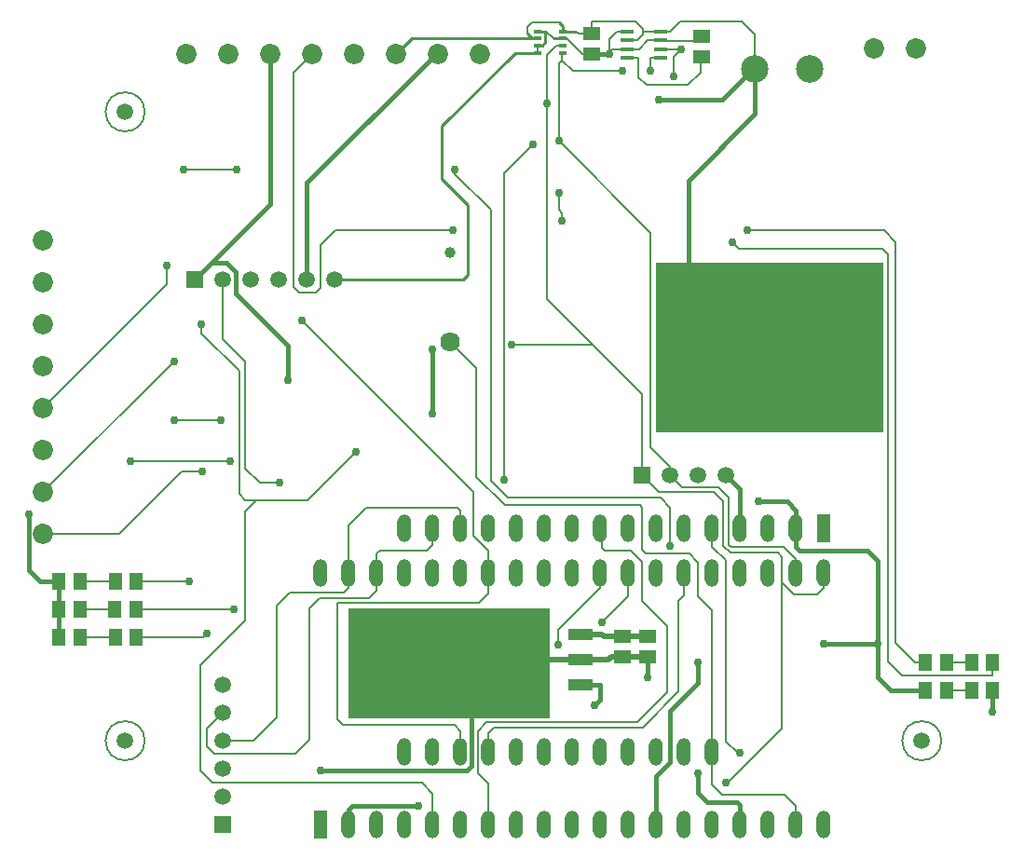
<source format=gtl>
G04*
G04 #@! TF.GenerationSoftware,Altium Limited,Altium Designer,19.1.8 (144)*
G04*
G04 Layer_Physical_Order=1*
G04 Layer_Color=255*
%FSLAX25Y25*%
%MOIN*%
G70*
G01*
G75*
%ADD11C,0.01000*%
%ADD14C,0.00500*%
%ADD15C,0.02000*%
%ADD33R,0.05118X0.05906*%
G04:AMPARAMS|DCode=34|XSize=47.24mil|YSize=15.75mil|CornerRadius=3.94mil|HoleSize=0mil|Usage=FLASHONLY|Rotation=0.000|XOffset=0mil|YOffset=0mil|HoleType=Round|Shape=RoundedRectangle|*
%AMROUNDEDRECTD34*
21,1,0.04724,0.00787,0,0,0.0*
21,1,0.03937,0.01575,0,0,0.0*
1,1,0.00787,0.01968,-0.00394*
1,1,0.00787,-0.01968,-0.00394*
1,1,0.00787,-0.01968,0.00394*
1,1,0.00787,0.01968,0.00394*
%
%ADD34ROUNDEDRECTD34*%
%ADD35R,0.02756X0.01378*%
%ADD36R,0.08661X0.12992*%
%ADD37R,0.08661X0.03937*%
%ADD38R,0.05906X0.05118*%
%ADD39C,0.00800*%
%ADD40C,0.01500*%
%ADD41C,0.00919*%
%ADD42R,0.72000X0.39645*%
%ADD43R,0.81740X0.61000*%
%ADD44C,0.07284*%
%ADD45O,0.05000X0.10000*%
%ADD46R,0.05000X0.10000*%
%ADD47R,0.05906X0.05906*%
%ADD48C,0.05906*%
%ADD49R,0.05906X0.05906*%
%ADD50C,0.09843*%
%ADD51C,0.07028*%
%ADD52C,0.03898*%
%ADD53C,0.03000*%
D11*
X139459Y266161D02*
X147571D01*
X113262Y239964D02*
X139459Y266161D01*
X113262Y220895D02*
Y239964D01*
Y220895D02*
X122457Y211700D01*
Y186695D02*
Y211700D01*
X120762Y185000D02*
X122457Y186695D01*
X102439Y271280D02*
X145677D01*
X97000Y265841D02*
X102439Y271280D01*
X75000Y185000D02*
X120762D01*
D14*
X7000Y245000D02*
G03*
X7000Y245000I-7000J0D01*
G01*
X292000Y20000D02*
G03*
X292000Y20000I-7000J0D01*
G01*
X7000Y20000D02*
G03*
X7000Y20000I-7000J0D01*
G01*
D15*
X166000Y58055D02*
X170662D01*
X171236Y57480D01*
X178000Y50000D02*
X187000D01*
X150000Y49000D02*
X163000D01*
X171236Y57480D02*
X178000D01*
X173047Y49000D02*
X174047Y50000D01*
X163000Y49000D02*
X173047D01*
X174047Y50000D02*
X178000D01*
Y57480D02*
X187000D01*
D33*
X302799Y38000D02*
D03*
X310279D02*
D03*
Y48000D02*
D03*
X302799D02*
D03*
X286260Y38000D02*
D03*
X293740D02*
D03*
X-16260Y57000D02*
D03*
X-23740D02*
D03*
X-3468D02*
D03*
X4012D02*
D03*
X-3647Y67000D02*
D03*
X3834D02*
D03*
X-23740D02*
D03*
X-16260D02*
D03*
X-23740Y77000D02*
D03*
X-16260D02*
D03*
X286260Y48000D02*
D03*
X293740D02*
D03*
X-3468Y77000D02*
D03*
X4012D02*
D03*
D34*
X191517Y273724D02*
D03*
Y270575D02*
D03*
Y267425D02*
D03*
Y264276D02*
D03*
X179706D02*
D03*
Y267425D02*
D03*
Y270575D02*
D03*
Y273724D02*
D03*
D35*
X156429Y273839D02*
D03*
Y271280D02*
D03*
Y268720D02*
D03*
Y266161D02*
D03*
X147571D02*
D03*
Y268720D02*
D03*
Y271280D02*
D03*
Y273839D02*
D03*
D36*
X139378Y49000D02*
D03*
D37*
X163000Y58055D02*
D03*
Y49000D02*
D03*
Y39945D02*
D03*
D38*
X178000Y57480D02*
D03*
Y50000D02*
D03*
X187000D02*
D03*
Y57480D02*
D03*
X167000Y265520D02*
D03*
Y273000D02*
D03*
X206362Y272091D02*
D03*
Y264611D02*
D03*
D39*
X135562Y113395D02*
Y223095D01*
X145762Y233295D01*
X138262Y161595D02*
X167000D01*
X27862Y57000D02*
X29257Y58395D01*
X4012Y57000D02*
X27862D01*
X130000Y72634D02*
Y80000D01*
X126662Y69295D02*
X130000Y72634D01*
X76000Y69295D02*
X126662D01*
X90000Y80000D02*
Y86895D01*
X91100Y87995D01*
X107995D01*
X110000Y90000D01*
X90000Y73734D02*
Y80000D01*
X87162Y70895D02*
X90000Y73734D01*
X69562Y70895D02*
X87162D01*
X120000Y96000D02*
Y102495D01*
X119000Y103495D02*
X120000Y102495D01*
X86400Y103495D02*
X119000D01*
X80000Y97095D02*
X86400Y103495D01*
X63362Y170295D02*
X124600Y109057D01*
Y93395D02*
Y109057D01*
Y93395D02*
X130000Y87995D01*
X135862Y104295D02*
X184200D01*
X125662Y114495D02*
X135862Y104295D01*
X125662Y114495D02*
Y153181D01*
X132062Y24795D02*
X185236D01*
X130000Y22734D02*
X132062Y24795D01*
X130000Y16000D02*
Y22734D01*
X156362Y263495D02*
Y266161D01*
X48206Y112190D02*
X55369D01*
X43000Y117395D02*
X48206Y112190D01*
X43000Y117395D02*
Y155520D01*
X20163Y116197D02*
X27462D01*
X-2162Y93871D02*
X20163Y116197D01*
X172062Y265520D02*
X173086Y266544D01*
X155086Y234586D02*
Y262220D01*
Y234571D02*
Y234586D01*
X187962Y124995D02*
Y201695D01*
X155086Y234571D02*
X187962Y201695D01*
X155086Y262220D02*
X156362Y263495D01*
X-29345Y138871D02*
X15000Y183217D01*
Y189895D01*
X220543Y277395D02*
X225315Y272624D01*
X198550Y277395D02*
X220543D01*
X194879Y273724D02*
X198550Y277395D01*
X205881Y259121D02*
Y265327D01*
X201262Y254595D02*
X205834Y259168D01*
X186405Y254595D02*
X201262D01*
X185325Y273358D02*
Y274695D01*
X68362Y180295D02*
X69962Y181895D01*
X62262Y180295D02*
X68362D01*
X69962Y181895D02*
Y197295D01*
X75362Y202695D01*
X54200Y28200D02*
Y68295D01*
X46000Y20000D02*
X54200Y28200D01*
X35000Y20000D02*
X46000D01*
X151000Y178019D02*
X185000Y144019D01*
X201762Y86895D02*
X205000Y83657D01*
Y71696D02*
Y83657D01*
Y71696D02*
X210000Y66695D01*
X186336Y86895D02*
X201762D01*
X185000Y88232D02*
X186336Y86895D01*
X185000Y88232D02*
Y103495D01*
X181005Y87995D02*
X185000Y84000D01*
Y69857D02*
Y84000D01*
Y69857D02*
X194000Y60857D01*
X184200Y104295D02*
X185000Y103495D01*
X170662Y88973D02*
Y92000D01*
Y88973D02*
X171639Y87995D01*
X181005D01*
X194000Y37354D02*
Y60857D01*
X191512Y34866D02*
X194000Y37354D01*
X198000Y69995D02*
X200000Y71995D01*
X198000Y37559D02*
Y69995D01*
X185236Y24795D02*
X198000Y37559D01*
X40762Y108238D02*
Y152238D01*
Y108238D02*
X42905Y106095D01*
X65262D01*
X43000Y102000D02*
X47000Y106000D01*
X271057Y196000D02*
X273000Y194057D01*
X219657Y196000D02*
X271057D01*
X217162Y198495D02*
X219657Y196000D01*
X129362Y26695D02*
X183341D01*
X191512Y34866D02*
Y34866D01*
X183341Y26695D02*
X191512Y34866D01*
X210522Y109087D02*
X214062Y105547D01*
X190905Y109095D02*
X210522Y109087D01*
X76000Y27695D02*
Y69295D01*
X78000Y25695D02*
X117800D01*
X76000Y27695D02*
X78000Y25695D01*
X117800D02*
X120000Y23495D01*
X27231Y165769D02*
X40762Y152238D01*
X27231Y165769D02*
Y168926D01*
X17462Y134611D02*
X34362D01*
X2000Y120000D02*
X37423D01*
X65262Y106095D02*
X82662Y123495D01*
X43000Y63000D02*
Y102000D01*
X35000Y163520D02*
X43000Y155520D01*
X35000Y163520D02*
Y185000D01*
X31866Y15295D02*
X61062D01*
X29257Y17905D02*
X31866Y15295D01*
X29257Y17905D02*
Y24257D01*
X35000Y30000D01*
X26862Y46862D02*
X43000Y63000D01*
X26862Y9295D02*
Y46862D01*
Y9295D02*
X31162Y4995D01*
X118000Y222757D02*
Y224295D01*
Y222757D02*
X130762Y209995D01*
X310279Y43334D02*
Y48000D01*
X278023Y43334D02*
X310279D01*
X273000Y48357D02*
X278023Y43334D01*
X216062Y90084D02*
Y106995D01*
X212262Y110795D02*
X216062Y106995D01*
X199205Y110795D02*
X212262D01*
X216950Y89195D02*
X235685D01*
X216062Y90084D02*
X216950Y89195D01*
X235685D02*
X240000Y84880D01*
Y80000D02*
Y84880D01*
X210000Y4466D02*
Y16000D01*
Y4466D02*
X213670Y795D01*
X235862D01*
X240000Y-3343D01*
X219812Y15629D02*
X219924D01*
X219071D02*
X219812D01*
X235000Y24474D02*
Y76557D01*
X215530Y5004D02*
X235000Y24474D01*
X214882Y5004D02*
X215530D01*
X219442Y15258D02*
X219812Y15629D01*
X214882Y19818D02*
X219071Y15629D01*
X214882Y19818D02*
Y84614D01*
X210000Y89495D02*
X214882Y84614D01*
X156362Y206000D02*
Y208720D01*
X155086Y209995D02*
X156362Y208720D01*
X155086Y209995D02*
Y216000D01*
X225315Y260247D02*
Y272624D01*
X225320Y260250D02*
X225322Y260247D01*
X196362Y257595D02*
Y264787D01*
X199000Y267425D01*
X185691Y273724D02*
X191517D01*
X185325Y273358D02*
X185691Y273724D01*
X145722Y276995D02*
X155086D01*
X143962Y275235D02*
X145722Y276995D01*
X143962Y272995D02*
Y275235D01*
X75362Y202695D02*
X117315D01*
X151000Y178019D02*
Y247890D01*
X151000Y265359D02*
X154362Y268720D01*
X151000Y247890D02*
X151000Y247890D01*
Y265359D01*
X187962Y259595D02*
Y264276D01*
X191517D01*
X183562Y257438D02*
X186405Y254595D01*
X183562Y257438D02*
Y264276D01*
X160262Y259595D02*
X178000D01*
X156362Y263495D02*
X160262Y259595D01*
X179706Y264276D02*
X183562D01*
X185325Y272558D02*
Y273358D01*
X183341Y270575D02*
X185325Y272558D01*
X179706Y270575D02*
X183341D01*
X182625Y277395D02*
X185325Y274695D01*
X167000Y277395D02*
X182625D01*
X173086Y266544D02*
Y270920D01*
Y265520D02*
Y266544D01*
X173967Y267425D01*
X173086Y270920D02*
X175891Y273724D01*
X191680Y270433D02*
X205320D01*
X167000Y273000D02*
Y277395D01*
X275600Y54957D02*
Y198400D01*
X271423Y202577D02*
X275600Y198400D01*
X222702Y202577D02*
X271423D01*
X273000Y48357D02*
Y194057D01*
X275600Y54957D02*
X282557Y48000D01*
X235000Y76557D02*
Y85623D01*
X233438Y87184D02*
X235000Y85623D01*
X216512Y87184D02*
X233438D01*
X235000Y76557D02*
X239162Y72395D01*
X191517Y267425D02*
X199000D01*
X185000Y115000D02*
X190896Y109104D01*
X175891Y273724D02*
X179706D01*
X214062Y89634D02*
X216512Y87184D01*
X150662Y273839D02*
X153221Y271280D01*
X-29345Y108871D02*
X17462Y155678D01*
X170662Y62395D02*
X180000Y71734D01*
Y80000D01*
X155062Y54395D02*
Y59757D01*
X170000Y74695D01*
Y80000D01*
X65962Y67295D02*
X69562Y70895D01*
X65962Y20195D02*
Y67295D01*
X61062Y15295D02*
X65962Y20195D01*
X110000Y90000D02*
Y96000D01*
X80000Y74695D02*
Y80000D01*
X78238Y72934D02*
X80000Y74695D01*
X58838Y72934D02*
X78238D01*
X54200Y68295D02*
X58838Y72934D01*
X80000Y80000D02*
Y97095D01*
X195000Y115000D02*
Y117957D01*
X187962Y124995D02*
X195000Y117957D01*
X156362Y266161D02*
X156429D01*
X195000Y115000D02*
X199205Y110795D01*
X250000Y74695D02*
Y80000D01*
X247700Y72395D02*
X250000Y74695D01*
X239162Y72395D02*
X247700D01*
X214062Y89634D02*
Y105547D01*
X190905Y109095D02*
X210513D01*
X185000Y115000D02*
Y144019D01*
X154362Y268720D02*
X156429D01*
X293740Y38000D02*
X302799D01*
X-16260Y77000D02*
X-3468D01*
X240000Y-10000D02*
Y-3343D01*
X210000Y16000D02*
Y66695D01*
X116102Y162740D02*
X125662Y153181D01*
X282557Y48000D02*
X286260D01*
X126162Y23495D02*
X129362Y26695D01*
X126162Y8495D02*
Y23495D01*
Y8495D02*
X130000Y4657D01*
Y-10000D02*
Y4657D01*
X162100Y273000D02*
X167000D01*
X161262Y273839D02*
X162100Y273000D01*
X191517Y273724D02*
X194879D01*
X147571Y266161D02*
Y268720D01*
X157877Y271280D02*
X163637Y265520D01*
X167000D01*
X173967Y267425D02*
X179706D01*
X187062Y270575D02*
X191517D01*
X183912Y267425D02*
X187062Y270575D01*
X179706Y267425D02*
X183912D01*
X293740Y48000D02*
X302799D01*
X-29345Y93871D02*
X-2162D01*
X4012Y77000D02*
X22962D01*
X200000Y71995D02*
Y80000D01*
X210000Y89495D02*
Y96000D01*
X110000Y-10000D02*
Y1095D01*
X106100Y4995D02*
X110000Y1095D01*
X31162Y4995D02*
X106100D01*
X130000Y80000D02*
Y87995D01*
X120000Y16000D02*
Y23495D01*
X195062Y89595D02*
Y103495D01*
X191662Y106895D02*
X195062Y103495D01*
X136762Y106895D02*
X191662D01*
X130762Y112895D02*
X136762Y106895D01*
X130762Y112895D02*
Y209995D01*
X-16260Y67000D02*
X-3647D01*
X-16260Y57000D02*
X-3468D01*
X3834Y67000D02*
X38957D01*
X38962Y66995D01*
X60162Y182395D02*
X62262Y180295D01*
X60162Y182395D02*
Y259002D01*
X67000Y265841D01*
X21000Y224295D02*
X39862D01*
D40*
X225319Y260245D02*
X225322Y260245D01*
X225315Y260244D02*
X225319Y260245D01*
X224249Y260087D02*
X225315Y260244D01*
X225319Y244319D02*
Y260245D01*
X201497Y220497D02*
X225319Y244319D01*
X201497Y169188D02*
Y220497D01*
X268617Y54768D02*
X268989Y54395D01*
X190862Y249472D02*
X213634D01*
X224249Y260087D01*
X30880Y190879D02*
X52000Y212000D01*
X25000Y185000D02*
X30880Y190879D01*
X36277D02*
X39562Y187595D01*
X30880Y190879D02*
X36277D01*
X58262Y149095D02*
Y161239D01*
X39562Y179939D02*
X58262Y161239D01*
X39562Y179939D02*
Y187595D01*
X110000Y137000D02*
Y160000D01*
X197000Y32559D02*
X205000Y40559D01*
X197000Y32559D02*
X197000D01*
X195062Y12457D02*
Y30621D01*
X197000Y32559D01*
X190000Y7395D02*
X195062Y12457D01*
X218828Y-1877D02*
X220000Y-3049D01*
Y-10000D02*
Y-3049D01*
X208196Y-1877D02*
X218828D01*
X205000Y1318D02*
X208196Y-1877D01*
X205000Y1318D02*
Y8495D01*
X81300Y-3205D02*
X105062D01*
X205000Y40559D02*
Y48000D01*
X250000Y54768D02*
X268617D01*
X269362D02*
Y84295D01*
Y42695D02*
Y54768D01*
X268989Y54395D02*
X269362Y54768D01*
X111102Y265841D02*
X112000D01*
X225322Y260245D02*
X225322Y260247D01*
X225322Y260245D02*
Y260245D01*
X240000Y96000D02*
Y102480D01*
X236885Y105595D02*
X240000Y102480D01*
X226562Y105595D02*
X236885D01*
X241200Y87995D02*
X265662D01*
X240000Y89195D02*
X241200Y87995D01*
X240000Y89195D02*
Y96000D01*
X163000Y39945D02*
X170000D01*
Y34559D02*
Y39945D01*
X168000Y32559D02*
X170000Y34559D01*
X310279Y30195D02*
Y38000D01*
X187000Y42524D02*
Y50000D01*
X167000Y265520D02*
X172062D01*
X220000Y96000D02*
Y110000D01*
X215000Y115000D02*
X220000Y110000D01*
X65000Y185000D02*
Y219739D01*
X111102Y265841D01*
X139378Y39495D02*
Y49000D01*
X124062Y11095D02*
Y32000D01*
X122362Y9395D02*
X124062Y11095D01*
X70000Y9395D02*
X122362D01*
X-30443Y77000D02*
X-23740D01*
X-34538Y81095D02*
X-30443Y77000D01*
X-34538Y81095D02*
Y100871D01*
X-23740Y67000D02*
Y77000D01*
Y57000D02*
Y67000D01*
X52000Y212000D02*
Y265841D01*
X80000Y-10000D02*
Y-4505D01*
X81300Y-3205D01*
X190000Y-10000D02*
Y7395D01*
X265662Y87995D02*
X269362Y84295D01*
Y42695D02*
X274057Y38000D01*
X286260D01*
D41*
X156429Y273839D02*
Y275652D01*
X155086Y276995D02*
X156429Y275652D01*
X145677Y271280D02*
X147571D01*
X150262Y273839D02*
X150662D01*
X147571D02*
X150262D01*
Y269895D02*
Y273839D01*
X149087Y268720D02*
X150262Y269895D01*
X147571Y268720D02*
X149087D01*
X153221Y271280D02*
X156429D01*
X143962Y272995D02*
X145677Y271280D01*
X156429Y273839D02*
X161262D01*
X156429Y271280D02*
X157877D01*
D42*
X116000Y47823D02*
D03*
D43*
X230625Y160629D02*
D03*
D44*
X283000Y267717D02*
D03*
X268000D02*
D03*
X52000Y265841D02*
D03*
X37000D02*
D03*
X22000D02*
D03*
X112000D02*
D03*
X97000D02*
D03*
X82000D02*
D03*
X67000D02*
D03*
X127000D02*
D03*
X-29345Y93871D02*
D03*
Y108871D02*
D03*
Y123871D02*
D03*
Y138871D02*
D03*
Y168871D02*
D03*
Y198871D02*
D03*
Y183871D02*
D03*
Y153871D02*
D03*
D45*
X100000Y16000D02*
D03*
X110000D02*
D03*
X120000D02*
D03*
X130000D02*
D03*
X140000D02*
D03*
X150000D02*
D03*
X160000D02*
D03*
X170000D02*
D03*
X180000D02*
D03*
X190000D02*
D03*
X200000D02*
D03*
X210000D02*
D03*
X100000Y96000D02*
D03*
X110000D02*
D03*
X120000D02*
D03*
X130000D02*
D03*
X140000D02*
D03*
X150000D02*
D03*
X160000D02*
D03*
X170000D02*
D03*
X180000D02*
D03*
X190000D02*
D03*
X200000D02*
D03*
X210000D02*
D03*
X220000D02*
D03*
X230000D02*
D03*
X240000D02*
D03*
X80000Y-10000D02*
D03*
X90000D02*
D03*
X100000D02*
D03*
X110000D02*
D03*
X120000D02*
D03*
X130000D02*
D03*
X140000D02*
D03*
X150000D02*
D03*
X160000D02*
D03*
X170000D02*
D03*
X180000D02*
D03*
X190000D02*
D03*
X200000D02*
D03*
X210000D02*
D03*
X220000D02*
D03*
X230000D02*
D03*
X240000D02*
D03*
X250000D02*
D03*
X70000Y80000D02*
D03*
X80000D02*
D03*
X90000D02*
D03*
X100000D02*
D03*
X110000D02*
D03*
X120000D02*
D03*
X130000D02*
D03*
X140000D02*
D03*
X150000D02*
D03*
X160000D02*
D03*
X170000D02*
D03*
X180000D02*
D03*
X190000D02*
D03*
X200000D02*
D03*
X210000D02*
D03*
X220000D02*
D03*
X230000D02*
D03*
X240000D02*
D03*
X250000D02*
D03*
D46*
Y96000D02*
D03*
X70000Y-10000D02*
D03*
D47*
X35000D02*
D03*
D48*
Y0D02*
D03*
Y10000D02*
D03*
Y20000D02*
D03*
Y30000D02*
D03*
Y40000D02*
D03*
X195000Y115000D02*
D03*
X205000D02*
D03*
X215000D02*
D03*
X75000Y185000D02*
D03*
X65000D02*
D03*
X55000D02*
D03*
X45000D02*
D03*
X35000D02*
D03*
X0Y245000D02*
D03*
X285000Y20000D02*
D03*
X0D02*
D03*
D49*
X185000Y115000D02*
D03*
X25000Y185000D02*
D03*
D50*
X245000Y260247D02*
D03*
X225315D02*
D03*
D51*
X116102Y162740D02*
D03*
X265000D02*
D03*
D52*
X116102Y194630D02*
D03*
D53*
X55369Y112190D02*
D03*
X27462Y116197D02*
D03*
X201497Y169188D02*
D03*
X155086Y234586D02*
D03*
X15000Y189895D02*
D03*
X240190Y189000D02*
D03*
X190862Y249472D02*
D03*
X230862Y132176D02*
D03*
X245000D02*
D03*
X110000Y137000D02*
D03*
Y160000D02*
D03*
X27231Y168926D02*
D03*
X17462Y134611D02*
D03*
X34362D02*
D03*
X2000Y120000D02*
D03*
X37423D02*
D03*
X241000Y136000D02*
D03*
X118000Y224295D02*
D03*
X214882Y5004D02*
D03*
X205000Y8495D02*
D03*
X219924Y15629D02*
D03*
X105062Y-3205D02*
D03*
X205000Y48000D02*
D03*
X269362Y54768D02*
D03*
X250000D02*
D03*
X155086Y216000D02*
D03*
X156362Y206000D02*
D03*
X199000Y267425D02*
D03*
X117315Y202695D02*
D03*
X151000Y247890D02*
D03*
X178000Y259595D02*
D03*
X187962D02*
D03*
X222702Y202577D02*
D03*
X310279Y30195D02*
D03*
X187000Y42524D02*
D03*
X196362Y257595D02*
D03*
X173086Y265520D02*
D03*
X17462Y155678D02*
D03*
X170662Y62395D02*
D03*
X155062Y54395D02*
D03*
X138262Y161595D02*
D03*
X217162Y198495D02*
D03*
X135562Y113395D02*
D03*
X145762Y233295D02*
D03*
X70000Y9395D02*
D03*
X-34538Y100871D02*
D03*
X58262Y149095D02*
D03*
X226562Y105595D02*
D03*
X22962Y77000D02*
D03*
X82662Y123495D02*
D03*
X63362Y170295D02*
D03*
X195062Y89595D02*
D03*
X38962Y66995D02*
D03*
X29257Y58395D02*
D03*
X39862Y224295D02*
D03*
X21000D02*
D03*
X168000Y32559D02*
D03*
X248000Y162740D02*
D03*
X221000Y169402D02*
D03*
X202000Y136000D02*
D03*
Y143000D02*
D03*
X223000Y189000D02*
D03*
X256000Y136000D02*
D03*
M02*

</source>
